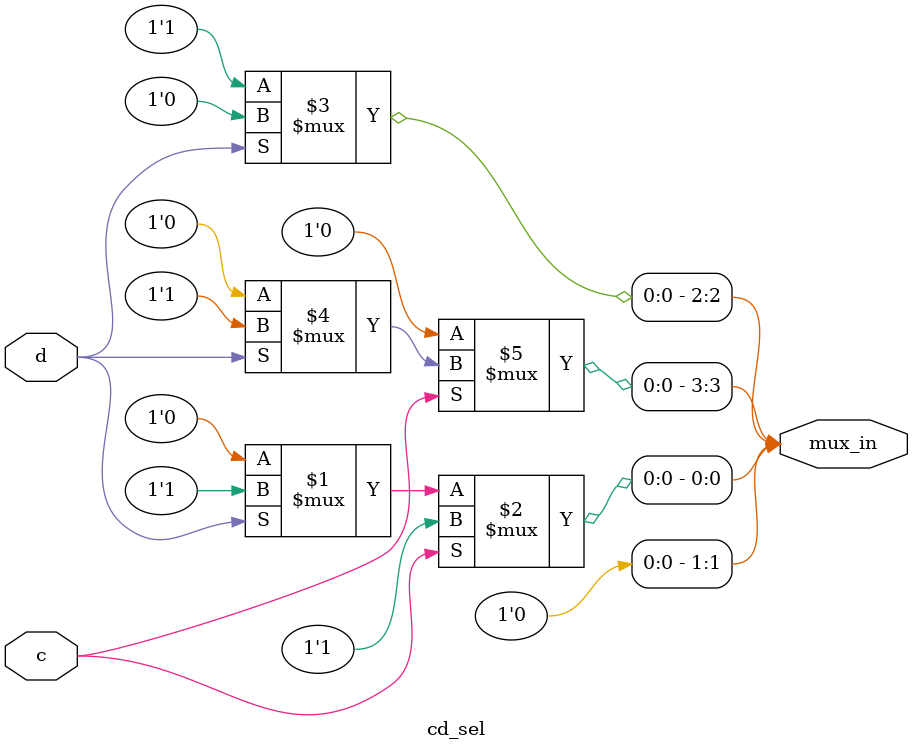
<source format=v>
module cd_sel(
    input   c,
    input   d,
    output  [3 : 0] mux_in
);

	// 代码量预计4行
    assign mux_in[0] = c? 1'b1 : (d? 1'b1 : 1'b0);
    assign mux_in[1] = 1'b0;
    assign mux_in[2] = d? 1'b0 : 1'b1;
    assign mux_in[3] = c? (d? 1'b1 : 1'b0) : 1'b0;

endmodule

</source>
